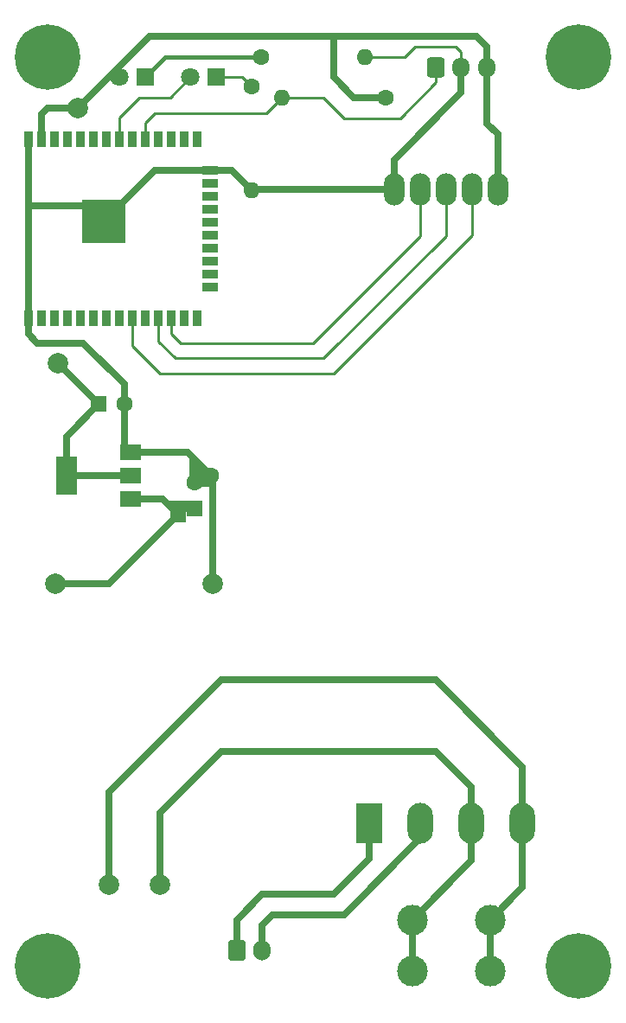
<source format=gbr>
%TF.GenerationSoftware,KiCad,Pcbnew,7.0.8*%
%TF.CreationDate,2023-10-31T00:38:55-07:00*%
%TF.ProjectId,PZEM-Single LPKF - R1,505a454d-2d53-4696-9e67-6c65204c504b,rev?*%
%TF.SameCoordinates,Original*%
%TF.FileFunction,Copper,L2,Bot*%
%TF.FilePolarity,Positive*%
%FSLAX46Y46*%
G04 Gerber Fmt 4.6, Leading zero omitted, Abs format (unit mm)*
G04 Created by KiCad (PCBNEW 7.0.8) date 2023-10-31 00:38:55*
%MOMM*%
%LPD*%
G01*
G04 APERTURE LIST*
G04 Aperture macros list*
%AMRoundRect*
0 Rectangle with rounded corners*
0 $1 Rounding radius*
0 $2 $3 $4 $5 $6 $7 $8 $9 X,Y pos of 4 corners*
0 Add a 4 corners polygon primitive as box body*
4,1,4,$2,$3,$4,$5,$6,$7,$8,$9,$2,$3,0*
0 Add four circle primitives for the rounded corners*
1,1,$1+$1,$2,$3*
1,1,$1+$1,$4,$5*
1,1,$1+$1,$6,$7*
1,1,$1+$1,$8,$9*
0 Add four rect primitives between the rounded corners*
20,1,$1+$1,$2,$3,$4,$5,0*
20,1,$1+$1,$4,$5,$6,$7,0*
20,1,$1+$1,$6,$7,$8,$9,0*
20,1,$1+$1,$8,$9,$2,$3,0*%
G04 Aperture macros list end*
%TA.AperFunction,NonConductor*%
%ADD10C,0.200000*%
%TD*%
%TA.AperFunction,ComponentPad*%
%ADD11C,0.800000*%
%TD*%
%TA.AperFunction,ComponentPad*%
%ADD12C,6.400000*%
%TD*%
%TA.AperFunction,ComponentPad*%
%ADD13R,1.600000X1.600000*%
%TD*%
%TA.AperFunction,ComponentPad*%
%ADD14C,1.600000*%
%TD*%
%TA.AperFunction,ComponentPad*%
%ADD15R,2.500000X4.000000*%
%TD*%
%TA.AperFunction,ComponentPad*%
%ADD16O,2.500000X4.000000*%
%TD*%
%TA.AperFunction,ComponentPad*%
%ADD17O,2.032000X3.175000*%
%TD*%
%TA.AperFunction,ComponentPad*%
%ADD18RoundRect,0.250000X-0.600000X-0.750000X0.600000X-0.750000X0.600000X0.750000X-0.600000X0.750000X0*%
%TD*%
%TA.AperFunction,ComponentPad*%
%ADD19O,1.700000X2.000000*%
%TD*%
%TA.AperFunction,ComponentPad*%
%ADD20O,1.600000X1.600000*%
%TD*%
%TA.AperFunction,ComponentPad*%
%ADD21R,1.800000X1.800000*%
%TD*%
%TA.AperFunction,ComponentPad*%
%ADD22C,1.800000*%
%TD*%
%TA.AperFunction,ComponentPad*%
%ADD23RoundRect,0.250000X-0.600000X-0.725000X0.600000X-0.725000X0.600000X0.725000X-0.600000X0.725000X0*%
%TD*%
%TA.AperFunction,ComponentPad*%
%ADD24O,1.700000X1.950000*%
%TD*%
%TA.AperFunction,ComponentPad*%
%ADD25C,3.000000*%
%TD*%
%TA.AperFunction,ComponentPad*%
%ADD26C,2.000000*%
%TD*%
%TA.AperFunction,SMDPad,CuDef*%
%ADD27R,0.900000X1.500000*%
%TD*%
%TA.AperFunction,SMDPad,CuDef*%
%ADD28R,1.500000X0.900000*%
%TD*%
%TA.AperFunction,SMDPad,CuDef*%
%ADD29R,1.050000X1.050000*%
%TD*%
%TA.AperFunction,HeatsinkPad*%
%ADD30C,0.600000*%
%TD*%
%TA.AperFunction,SMDPad,CuDef*%
%ADD31R,4.200000X4.200000*%
%TD*%
%TA.AperFunction,SMDPad,CuDef*%
%ADD32R,2.000000X1.500000*%
%TD*%
%TA.AperFunction,SMDPad,CuDef*%
%ADD33R,2.000000X3.800000*%
%TD*%
%TA.AperFunction,ViaPad*%
%ADD34C,2.000000*%
%TD*%
%TA.AperFunction,Conductor*%
%ADD35C,0.635000*%
%TD*%
%TA.AperFunction,Conductor*%
%ADD36C,0.250000*%
%TD*%
%TA.AperFunction,Conductor*%
%ADD37C,0.381000*%
%TD*%
G04 APERTURE END LIST*
D10*
X18000000Y48500000D02*
X17000000Y48500000D01*
X15500000Y49500000D01*
X18000000Y49500000D01*
X18000000Y48500000D01*
%TA.AperFunction,NonConductor*%
G36*
X18000000Y48500000D02*
G01*
X17000000Y48500000D01*
X15500000Y49500000D01*
X18000000Y49500000D01*
X18000000Y48500000D01*
G37*
%TD.AperFunction*%
X18500000Y53500000D02*
X20000000Y52000000D01*
X20000000Y51000000D01*
X18000000Y51000000D01*
X18000000Y54000000D01*
X18500000Y53500000D01*
%TA.AperFunction,NonConductor*%
G36*
X18500000Y53500000D02*
G01*
X20000000Y52000000D01*
X20000000Y51000000D01*
X18000000Y51000000D01*
X18000000Y54000000D01*
X18500000Y53500000D01*
G37*
%TD.AperFunction*%
D11*
%TO.P,H4,1*%
%TO.N,N/C*%
X53600000Y93000000D03*
X54302944Y94697056D03*
X54302944Y91302944D03*
X56000000Y95400000D03*
D12*
X56000000Y93000000D03*
D11*
X56000000Y90600000D03*
X57697056Y94697056D03*
X57697056Y91302944D03*
X58400000Y93000000D03*
%TD*%
%TO.P,H3,1*%
%TO.N,N/C*%
X53600000Y4000000D03*
X54302944Y5697056D03*
X54302944Y2302944D03*
X56000000Y6400000D03*
D12*
X56000000Y4000000D03*
D11*
X56000000Y1600000D03*
X57697056Y5697056D03*
X57697056Y2302944D03*
X58400000Y4000000D03*
%TD*%
%TO.P,H2,1*%
%TO.N,N/C*%
X1600000Y93000000D03*
X2302944Y94697056D03*
X2302944Y91302944D03*
X4000000Y95400000D03*
D12*
X4000000Y93000000D03*
D11*
X4000000Y90600000D03*
X5697056Y94697056D03*
X5697056Y91302944D03*
X6400000Y93000000D03*
%TD*%
%TO.P,H1,1*%
%TO.N,N/C*%
X1600000Y4000000D03*
X2302944Y5697056D03*
X2302944Y2302944D03*
X4000000Y6400000D03*
D12*
X4000000Y4000000D03*
D11*
X4000000Y1600000D03*
X5697056Y5697056D03*
X5697056Y2302944D03*
X6400000Y4000000D03*
%TD*%
D13*
%TO.P,C1,1*%
%TO.N,+3V3*%
X9000000Y59000000D03*
D14*
%TO.P,C1,2*%
%TO.N,GND*%
X11500000Y59000000D03*
%TD*%
D15*
%TO.P,U1,1,CT+*%
%TO.N,Net-(J1-Pin_1)*%
X35500000Y18000000D03*
D16*
%TO.P,U1,2,CT-*%
%TO.N,Net-(J1-Pin_2)*%
X40500000Y18000000D03*
%TO.P,U1,3,N*%
%TO.N,Net-(J3-Pin_2)*%
X45500000Y18000000D03*
%TO.P,U1,4,L*%
%TO.N,Net-(J3-Pin_1)*%
X50500000Y18000000D03*
D17*
%TO.P,U1,5,VCC*%
%TO.N,+3V3*%
X48080000Y80000000D03*
%TO.P,U1,6,RX*%
%TO.N,Net-(U1-RX)*%
X45540000Y80000000D03*
%TO.P,U1,7,TX*%
%TO.N,Net-(U1-TX)*%
X43000000Y80000000D03*
%TO.P,U1,8,CF*%
%TO.N,Net-(U1-CF)*%
X40460000Y80000000D03*
%TO.P,U1,9,GND*%
%TO.N,GND*%
X37920000Y80000000D03*
%TD*%
D18*
%TO.P,J1,1,Pin_1*%
%TO.N,Net-(J1-Pin_1)*%
X22500000Y5500000D03*
D19*
%TO.P,J1,2,Pin_2*%
%TO.N,Net-(J1-Pin_2)*%
X25000000Y5500000D03*
%TD*%
D14*
%TO.P,R2,1*%
%TO.N,Net-(D2-K)*%
X24000000Y90080000D03*
D20*
%TO.P,R2,2*%
%TO.N,GND*%
X24000000Y79920000D03*
%TD*%
D14*
%TO.P,R5,1*%
%TO.N,+3V3*%
X37080000Y89000000D03*
D20*
%TO.P,R5,2*%
%TO.N,Net-(J4-Pin_1)*%
X26920000Y89000000D03*
%TD*%
D21*
%TO.P,D2,1,K*%
%TO.N,Net-(D2-K)*%
X20540000Y91000000D03*
D22*
%TO.P,D2,2,A*%
%TO.N,Net-(D2-A)*%
X18000000Y91000000D03*
%TD*%
D13*
%TO.P,C2,1*%
%TO.N,+5V*%
X16800000Y48158126D03*
X18400000Y48829063D03*
D14*
%TO.P,C2,2*%
%TO.N,GND*%
X18400000Y51329063D03*
X20000000Y52000000D03*
%TD*%
D21*
%TO.P,D1,1,K*%
%TO.N,Net-(D1-K)*%
X13540000Y91000000D03*
D22*
%TO.P,D1,2,A*%
%TO.N,+3V3*%
X11000000Y91000000D03*
%TD*%
D23*
%TO.P,J4,1,Pin_1*%
%TO.N,Net-(J4-Pin_1)*%
X42000000Y92000000D03*
D24*
%TO.P,J4,2,Pin_2*%
%TO.N,GND*%
X44500000Y92000000D03*
%TO.P,J4,3,Pin_3*%
%TO.N,+3V3*%
X47000000Y92000000D03*
%TD*%
D14*
%TO.P,R1,1*%
%TO.N,Net-(D1-K)*%
X24920000Y93000000D03*
D20*
%TO.P,R1,2*%
%TO.N,GND*%
X35080000Y93000000D03*
%TD*%
D25*
%TO.P,J3,1,Pin_1*%
%TO.N,Net-(J3-Pin_1)*%
X47310000Y8500000D03*
X47310000Y3500000D03*
%TO.P,J3,2,Pin_2*%
%TO.N,Net-(J3-Pin_2)*%
X39690000Y8500000D03*
X39690000Y3500000D03*
%TD*%
D26*
%TO.P,U3,1,AC*%
%TO.N,Net-(J3-Pin_1)*%
X10000000Y12000000D03*
%TO.P,U3,2,AC*%
%TO.N,Net-(J3-Pin_2)*%
X15000000Y12000000D03*
%TO.P,U3,3,-Vo*%
%TO.N,GND*%
X20200000Y41400000D03*
%TO.P,U3,4,+Vo*%
%TO.N,+5V*%
X4800000Y41400000D03*
%TD*%
D27*
%TO.P,U4,1,GND*%
%TO.N,GND*%
X2135000Y84930000D03*
%TO.P,U4,2,VDD*%
%TO.N,+3V3*%
X3405000Y84930000D03*
%TO.P,U4,3,EN*%
%TO.N,unconnected-(U4-EN-Pad3)*%
X4675000Y84930000D03*
%TO.P,U4,4,SENSOR_VP*%
%TO.N,unconnected-(U4-SENSOR_VP-Pad4)*%
X5945000Y84930000D03*
%TO.P,U4,5,SENSOR_VN*%
%TO.N,unconnected-(U4-SENSOR_VN-Pad5)*%
X7215000Y84930000D03*
%TO.P,U4,6,IO34*%
%TO.N,unconnected-(U4-IO34-Pad6)*%
X8485000Y84930000D03*
%TO.P,U4,7,IO35*%
%TO.N,unconnected-(U4-IO35-Pad7)*%
X9755000Y84930000D03*
%TO.P,U4,8,IO32*%
%TO.N,Net-(D2-A)*%
X11025000Y84930000D03*
%TO.P,U4,9,IO33*%
%TO.N,unconnected-(U4-IO33-Pad9)*%
X12295000Y84930000D03*
%TO.P,U4,10,IO25*%
%TO.N,Net-(J4-Pin_1)*%
X13565000Y84930000D03*
%TO.P,U4,11,IO26*%
%TO.N,unconnected-(U4-IO26-Pad11)*%
X14835000Y84930000D03*
%TO.P,U4,12,IO27*%
%TO.N,unconnected-(U4-IO27-Pad12)*%
X16105000Y84930000D03*
%TO.P,U4,13,IO14*%
%TO.N,unconnected-(U4-IO14-Pad13)*%
X17375000Y84930000D03*
%TO.P,U4,14,IO12*%
%TO.N,unconnected-(U4-IO12-Pad14)*%
X18645000Y84930000D03*
D28*
%TO.P,U4,15,GND*%
%TO.N,GND*%
X19895000Y81890000D03*
%TO.P,U4,16,IO13*%
%TO.N,unconnected-(U4-IO13-Pad16)*%
X19895000Y80620000D03*
%TO.P,U4,17,SHD/SD2*%
%TO.N,unconnected-(U4-SHD{slash}SD2-Pad17)*%
X19895000Y79350000D03*
%TO.P,U4,18,SWP/SD3*%
%TO.N,unconnected-(U4-SWP{slash}SD3-Pad18)*%
X19895000Y78080000D03*
%TO.P,U4,19,SCS/CMD*%
%TO.N,unconnected-(U4-SCS{slash}CMD-Pad19)*%
X19895000Y76810000D03*
%TO.P,U4,20,SCK/CLK*%
%TO.N,unconnected-(U4-SCK{slash}CLK-Pad20)*%
X19895000Y75540000D03*
%TO.P,U4,21,SDO/SD0*%
%TO.N,unconnected-(U4-SDO{slash}SD0-Pad21)*%
X19895000Y74270000D03*
%TO.P,U4,22,SDI/SD1*%
%TO.N,unconnected-(U4-SDI{slash}SD1-Pad22)*%
X19895000Y73000000D03*
%TO.P,U4,23,IO15*%
%TO.N,unconnected-(U4-IO15-Pad23)*%
X19895000Y71730000D03*
%TO.P,U4,24,IO2*%
%TO.N,unconnected-(U4-IO2-Pad24)*%
X19895000Y70460000D03*
D27*
%TO.P,U4,25,IO0*%
%TO.N,unconnected-(U4-IO0-Pad25)*%
X18645000Y67430000D03*
%TO.P,U4,26,IO4*%
%TO.N,unconnected-(U4-IO4-Pad26)*%
X17375000Y67430000D03*
%TO.P,U4,27,IO16*%
%TO.N,Net-(U1-CF)*%
X16105000Y67430000D03*
%TO.P,U4,28,IO17*%
%TO.N,Net-(U1-TX)*%
X14835000Y67430000D03*
%TO.P,U4,29,IO5*%
%TO.N,unconnected-(U4-IO5-Pad29)*%
X13565000Y67430000D03*
%TO.P,U4,30,IO18*%
%TO.N,Net-(U1-RX)*%
X12295000Y67430000D03*
%TO.P,U4,31,IO19*%
%TO.N,unconnected-(U4-IO19-Pad31)*%
X11025000Y67430000D03*
%TO.P,U4,32,NC*%
%TO.N,unconnected-(U4-NC-Pad32)*%
X9755000Y67430000D03*
%TO.P,U4,33,IO21*%
%TO.N,unconnected-(U4-IO21-Pad33)*%
X8485000Y67430000D03*
%TO.P,U4,34,RXD0/IO3*%
%TO.N,unconnected-(U4-RXD0{slash}IO3-Pad34)*%
X7215000Y67430000D03*
%TO.P,U4,35,TXD0/IO1*%
%TO.N,unconnected-(U4-TXD0{slash}IO1-Pad35)*%
X5945000Y67430000D03*
%TO.P,U4,36,IO22*%
%TO.N,unconnected-(U4-IO22-Pad36)*%
X4675000Y67430000D03*
%TO.P,U4,37,IO23*%
%TO.N,unconnected-(U4-IO23-Pad37)*%
X3405000Y67430000D03*
%TO.P,U4,38,GND*%
%TO.N,GND*%
X2135000Y67430000D03*
D29*
%TO.P,U4,39,GND*%
X11000000Y78385000D03*
D30*
X10237500Y78385000D03*
D29*
X9475000Y78385000D03*
D30*
X8712500Y78385000D03*
D29*
X7950000Y78385000D03*
D30*
X11000000Y77622500D03*
X9475000Y77622500D03*
X7950000Y77622500D03*
D29*
X11000000Y76860000D03*
D30*
X10237500Y76860000D03*
D29*
X9475000Y76860000D03*
D31*
X9475000Y76860000D03*
D30*
X8712500Y76860000D03*
D29*
X7950000Y76860000D03*
D30*
X11000000Y76097500D03*
X9475000Y76097500D03*
X7950000Y76097500D03*
D29*
X11000000Y75335000D03*
D30*
X10237500Y75335000D03*
D29*
X9475000Y75335000D03*
D30*
X8712500Y75335000D03*
D29*
X7950000Y75335000D03*
%TD*%
D32*
%TO.P,U2,1,GND*%
%TO.N,GND*%
X12150000Y54300000D03*
%TO.P,U2,2,VO*%
%TO.N,+3V3*%
X12150000Y52000000D03*
D33*
X5850000Y52000000D03*
D32*
%TO.P,U2,3,VI*%
%TO.N,+5V*%
X12150000Y49700000D03*
%TD*%
D34*
%TO.N,+3V3*%
X5000000Y63000000D03*
X7000000Y88000000D03*
%TD*%
D35*
%TO.N,GND*%
X2135000Y65865000D02*
X2135000Y67430000D01*
X7500000Y65000000D02*
X3000000Y65000000D01*
X11500000Y59000000D02*
X11500000Y61000000D01*
X11500000Y61000000D02*
X7500000Y65000000D01*
X3000000Y65000000D02*
X2135000Y65865000D01*
X7950000Y78385000D02*
X2135000Y78385000D01*
X18400000Y51329063D02*
X19329063Y51329063D01*
D36*
X39000000Y93000000D02*
X40000000Y94000000D01*
D35*
X12150000Y54300000D02*
X11500000Y54950000D01*
X19895000Y81890000D02*
X22030000Y81890000D01*
D36*
X35080000Y93000000D02*
X39000000Y93000000D01*
D35*
X14505000Y81890000D02*
X11000000Y78385000D01*
D36*
X40000000Y94000000D02*
X44000000Y94000000D01*
D35*
X11500000Y54950000D02*
X11500000Y59000000D01*
X37920000Y80000000D02*
X37920000Y82920000D01*
X44500000Y89500000D02*
X44500000Y92000000D01*
D36*
X44500000Y93500000D02*
X44500000Y92000000D01*
D35*
X37920000Y80000000D02*
X24080000Y80000000D01*
X24080000Y80000000D02*
X24000000Y79920000D01*
X19329063Y51329063D02*
X20000000Y52000000D01*
X12150000Y54300000D02*
X17700000Y54300000D01*
X37920000Y82920000D02*
X44500000Y89500000D01*
D36*
X44000000Y94000000D02*
X44500000Y93500000D01*
D35*
X17700000Y54300000D02*
X20000000Y52000000D01*
X2135000Y84930000D02*
X2135000Y67430000D01*
X22030000Y81890000D02*
X24000000Y79920000D01*
X20200000Y51800000D02*
X20200000Y41400000D01*
X19895000Y81890000D02*
X14505000Y81890000D01*
X20000000Y52000000D02*
X20200000Y51800000D01*
%TO.N,+5V*%
X17470937Y48829063D02*
X16800000Y48158126D01*
X15258126Y49700000D02*
X12150000Y49700000D01*
X18400000Y48829063D02*
X17470937Y48829063D01*
X10041874Y41400000D02*
X16800000Y48158126D01*
X16800000Y48158126D02*
X15258126Y49700000D01*
X4800000Y41400000D02*
X10041874Y41400000D01*
%TO.N,+3V3*%
X7000000Y88000000D02*
X4000000Y88000000D01*
X48080000Y85420000D02*
X48080000Y80000000D01*
X35080000Y95000000D02*
X32000000Y95000000D01*
X47000000Y94000000D02*
X47000000Y90500000D01*
X3405000Y87405000D02*
X3405000Y84930000D01*
X4000000Y88000000D02*
X3405000Y87405000D01*
X37080000Y89000000D02*
X34000000Y89000000D01*
X47000000Y86500000D02*
X48080000Y85420000D01*
X12150000Y52000000D02*
X5850000Y52000000D01*
X9000000Y59000000D02*
X5850000Y55850000D01*
X32000000Y95000000D02*
X14000000Y95000000D01*
X14000000Y95000000D02*
X7000000Y88000000D01*
X46000000Y95000000D02*
X47000000Y94000000D01*
X32000000Y91000000D02*
X32000000Y95000000D01*
X34000000Y89000000D02*
X32000000Y91000000D01*
X35080000Y95000000D02*
X46000000Y95000000D01*
X5850000Y55850000D02*
X5850000Y52000000D01*
X47000000Y90500000D02*
X47000000Y89000000D01*
X9000000Y59000000D02*
X5000000Y63000000D01*
X47000000Y90500000D02*
X47000000Y86500000D01*
%TO.N,Net-(J3-Pin_1)*%
X50500000Y11690000D02*
X47310000Y8500000D01*
X42000000Y32000000D02*
X50500000Y23500000D01*
X47310000Y8500000D02*
X47310000Y3500000D01*
X10000000Y12000000D02*
X10000000Y21000000D01*
X50500000Y23500000D02*
X50500000Y18000000D01*
X50500000Y23500000D02*
X50500000Y11690000D01*
X21000000Y32000000D02*
X42000000Y32000000D01*
X10000000Y21000000D02*
X21000000Y32000000D01*
X47000000Y3810000D02*
X47310000Y3500000D01*
%TO.N,Net-(J3-Pin_2)*%
X21000000Y25000000D02*
X15000000Y19000000D01*
X42000000Y10810000D02*
X39690000Y8500000D01*
X45500000Y21500000D02*
X42000000Y25000000D01*
X42000000Y25000000D02*
X21000000Y25000000D01*
X39690000Y8500000D02*
X45500000Y14310000D01*
X45500000Y14310000D02*
X45500000Y18000000D01*
X45500000Y18000000D02*
X45500000Y21500000D01*
X15000000Y19000000D02*
X15000000Y12000000D01*
X39690000Y3500000D02*
X39690000Y8500000D01*
D36*
%TO.N,Net-(J4-Pin_1)*%
X13565000Y86565000D02*
X14500000Y87500000D01*
X26920000Y89000000D02*
X31000000Y89000000D01*
X14500000Y87500000D02*
X25420000Y87500000D01*
X25420000Y87500000D02*
X26920000Y89000000D01*
X42000000Y90500000D02*
X42000000Y92000000D01*
X37000000Y87000000D02*
X38500000Y87000000D01*
X31000000Y89000000D02*
X33000000Y87000000D01*
X13565000Y84930000D02*
X13565000Y86565000D01*
X38500000Y87000000D02*
X42000000Y90500000D01*
X33000000Y87000000D02*
X37000000Y87000000D01*
D35*
%TO.N,Net-(J1-Pin_1)*%
X22500000Y8500000D02*
X25000000Y11000000D01*
X25000000Y11000000D02*
X32000000Y11000000D01*
X22500000Y5500000D02*
X22500000Y8500000D01*
X35500000Y14500000D02*
X35500000Y18000000D01*
X32000000Y11000000D02*
X35500000Y14500000D01*
%TO.N,Net-(J1-Pin_2)*%
X40500000Y16500000D02*
X40500000Y18000000D01*
X25000000Y8000000D02*
X26000000Y9000000D01*
X27000000Y9000000D02*
X29250000Y9000000D01*
X27000000Y9000000D02*
X33000000Y9000000D01*
X33000000Y9000000D02*
X40500000Y16500000D01*
X26000000Y9000000D02*
X27000000Y9000000D01*
X25000000Y5500000D02*
X25000000Y8000000D01*
D36*
%TO.N,Net-(U1-RX)*%
X15000000Y62000000D02*
X32000000Y62000000D01*
X12295000Y64705000D02*
X15000000Y62000000D01*
X32000000Y62000000D02*
X45540000Y75540000D01*
X12295000Y67430000D02*
X12295000Y64705000D01*
X45540000Y75540000D02*
X45540000Y80000000D01*
%TO.N,Net-(U1-TX)*%
X31000000Y63500000D02*
X16500000Y63500000D01*
X14835000Y65165000D02*
X14835000Y67430000D01*
X43000000Y75500000D02*
X31000000Y63500000D01*
X16500000Y63500000D02*
X14835000Y65165000D01*
X43000000Y80000000D02*
X43000000Y75500000D01*
%TO.N,Net-(U1-CF)*%
X16105000Y67430000D02*
X16105000Y65895000D01*
X16105000Y65895000D02*
X17000000Y65000000D01*
X30000000Y65000000D02*
X40460000Y75460000D01*
X40460000Y75460000D02*
X40460000Y80000000D01*
X17000000Y65000000D02*
X30000000Y65000000D01*
D37*
%TO.N,Net-(D1-K)*%
X13540000Y91000000D02*
X15540000Y93000000D01*
X15540000Y93000000D02*
X24920000Y93000000D01*
D36*
%TO.N,Net-(D2-K)*%
X20540000Y91000000D02*
X23080000Y91000000D01*
X23080000Y91000000D02*
X24000000Y90080000D01*
%TO.N,Net-(D2-A)*%
X11025000Y87025000D02*
X11025000Y84930000D01*
X13000000Y89000000D02*
X11025000Y87025000D01*
X16000000Y89000000D02*
X13000000Y89000000D01*
X18000000Y91000000D02*
X16000000Y89000000D01*
%TD*%
M02*

</source>
